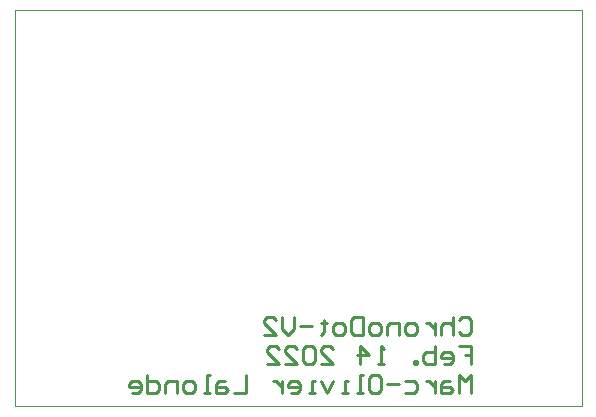
<source format=gbo>
G04*
G04 #@! TF.GenerationSoftware,Altium Limited,Altium Designer,19.1.9 (167)*
G04*
G04 Layer_Color=32896*
%FSLAX25Y25*%
%MOIN*%
G70*
G01*
G75*
%ADD10C,0.01000*%
%ADD12C,0.00394*%
D10*
X126501Y-86806D02*
X127501Y-85807D01*
X129500D01*
X130500Y-86806D01*
Y-90805D01*
X129500Y-91805D01*
X127501D01*
X126501Y-90805D01*
X124502Y-85807D02*
Y-91805D01*
Y-88806D01*
X123502Y-87806D01*
X121503D01*
X120503Y-88806D01*
Y-91805D01*
X118504Y-87806D02*
Y-91805D01*
Y-89805D01*
X117504Y-88806D01*
X116505Y-87806D01*
X115505D01*
X111506Y-91805D02*
X109507D01*
X108507Y-90805D01*
Y-88806D01*
X109507Y-87806D01*
X111506D01*
X112506Y-88806D01*
Y-90805D01*
X111506Y-91805D01*
X106508D02*
Y-87806D01*
X103509D01*
X102509Y-88806D01*
Y-91805D01*
X99510D02*
X97511D01*
X96511Y-90805D01*
Y-88806D01*
X97511Y-87806D01*
X99510D01*
X100510Y-88806D01*
Y-90805D01*
X99510Y-91805D01*
X94512Y-85807D02*
Y-91805D01*
X91513D01*
X90513Y-90805D01*
Y-86806D01*
X91513Y-85807D01*
X94512D01*
X87514Y-91805D02*
X85514D01*
X84515Y-90805D01*
Y-88806D01*
X85514Y-87806D01*
X87514D01*
X88514Y-88806D01*
Y-90805D01*
X87514Y-91805D01*
X81516Y-86806D02*
Y-87806D01*
X82516D01*
X80516D01*
X81516D01*
Y-90805D01*
X80516Y-91805D01*
X77517Y-88806D02*
X73518D01*
X71519Y-85807D02*
Y-89805D01*
X69520Y-91805D01*
X67520Y-89805D01*
Y-85807D01*
X61522Y-91805D02*
X65521D01*
X61522Y-87806D01*
Y-86806D01*
X62522Y-85807D01*
X64521D01*
X65521Y-86806D01*
X126501Y-95404D02*
X130500D01*
Y-98403D01*
X128501D01*
X130500D01*
Y-101402D01*
X121503D02*
X123502D01*
X124502Y-100403D01*
Y-98403D01*
X123502Y-97404D01*
X121503D01*
X120503Y-98403D01*
Y-99403D01*
X124502D01*
X118504Y-95404D02*
Y-101402D01*
X115505D01*
X114505Y-100403D01*
Y-99403D01*
Y-98403D01*
X115505Y-97404D01*
X118504D01*
X112506Y-101402D02*
Y-100403D01*
X111506D01*
Y-101402D01*
X112506D01*
X101509D02*
X99510D01*
X100510D01*
Y-95404D01*
X101509Y-96404D01*
X93512Y-101402D02*
Y-95404D01*
X96511Y-98403D01*
X92512D01*
X80516Y-101402D02*
X84515D01*
X80516Y-97404D01*
Y-96404D01*
X81516Y-95404D01*
X83515D01*
X84515Y-96404D01*
X78517D02*
X77517Y-95404D01*
X75518D01*
X74518Y-96404D01*
Y-100403D01*
X75518Y-101402D01*
X77517D01*
X78517Y-100403D01*
Y-96404D01*
X68520Y-101402D02*
X72519D01*
X68520Y-97404D01*
Y-96404D01*
X69520Y-95404D01*
X71519D01*
X72519Y-96404D01*
X62522Y-101402D02*
X66521D01*
X62522Y-97404D01*
Y-96404D01*
X63522Y-95404D01*
X65521D01*
X66521Y-96404D01*
X130500Y-111000D02*
Y-105002D01*
X128501Y-107001D01*
X126501Y-105002D01*
Y-111000D01*
X123502Y-107001D02*
X121503D01*
X120503Y-108001D01*
Y-111000D01*
X123502D01*
X124502Y-110000D01*
X123502Y-109001D01*
X120503D01*
X118504Y-107001D02*
Y-111000D01*
Y-109001D01*
X117504Y-108001D01*
X116505Y-107001D01*
X115505D01*
X108507D02*
X111506D01*
X112506Y-108001D01*
Y-110000D01*
X111506Y-111000D01*
X108507D01*
X106508Y-108001D02*
X102509D01*
X97511Y-105002D02*
X99510D01*
X100510Y-106002D01*
Y-110000D01*
X99510Y-111000D01*
X97511D01*
X96511Y-110000D01*
Y-106002D01*
X97511Y-105002D01*
X94512Y-111000D02*
X92512D01*
X93512D01*
Y-105002D01*
X94512D01*
X89513Y-111000D02*
X87514D01*
X88514D01*
Y-107001D01*
X89513D01*
X84515D02*
X82516Y-111000D01*
X80516Y-107001D01*
X78517Y-111000D02*
X76517D01*
X77517D01*
Y-107001D01*
X78517D01*
X70519Y-111000D02*
X72519D01*
X73518Y-110000D01*
Y-108001D01*
X72519Y-107001D01*
X70519D01*
X69520Y-108001D01*
Y-109001D01*
X73518D01*
X67520Y-107001D02*
Y-111000D01*
Y-109001D01*
X66521Y-108001D01*
X65521Y-107001D01*
X64521D01*
X55524Y-105002D02*
Y-111000D01*
X51525D01*
X48526Y-107001D02*
X46527D01*
X45527Y-108001D01*
Y-111000D01*
X48526D01*
X49526Y-110000D01*
X48526Y-109001D01*
X45527D01*
X43528Y-111000D02*
X41529D01*
X42529D01*
Y-105002D01*
X43528D01*
X37530Y-111000D02*
X35531D01*
X34531Y-110000D01*
Y-108001D01*
X35531Y-107001D01*
X37530D01*
X38530Y-108001D01*
Y-110000D01*
X37530Y-111000D01*
X32532D02*
Y-107001D01*
X29533D01*
X28533Y-108001D01*
Y-111000D01*
X22535Y-105002D02*
Y-111000D01*
X25534D01*
X26534Y-110000D01*
Y-108001D01*
X25534Y-107001D01*
X22535D01*
X17537Y-111000D02*
X19536D01*
X20536Y-110000D01*
Y-108001D01*
X19536Y-107001D01*
X17537D01*
X16537Y-108001D01*
Y-109001D01*
X20536D01*
D12*
X-21500Y-115500D02*
Y16500D01*
Y-115500D02*
X167500D01*
Y16500D01*
X-21500D02*
X167500D01*
M02*

</source>
